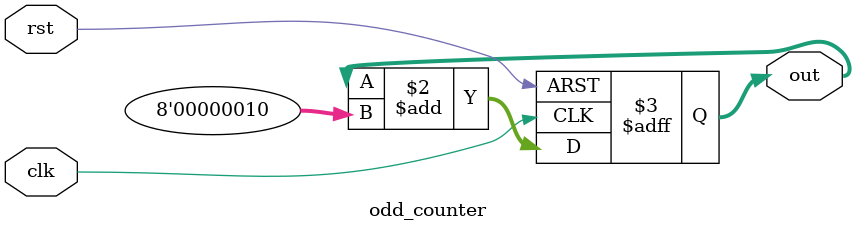
<source format=v>
module odd_counter(clk,rst,out);
    input wire clk;
    input wire rst;
    output reg[7:0] out;

    always @(posedge clk or posedge rst)
    begin 
        if (rst) begin 
            out<=8'h1;
        end
        else begin 
            out<= out + 8'h2;
        end
    end 
endmodule
</source>
